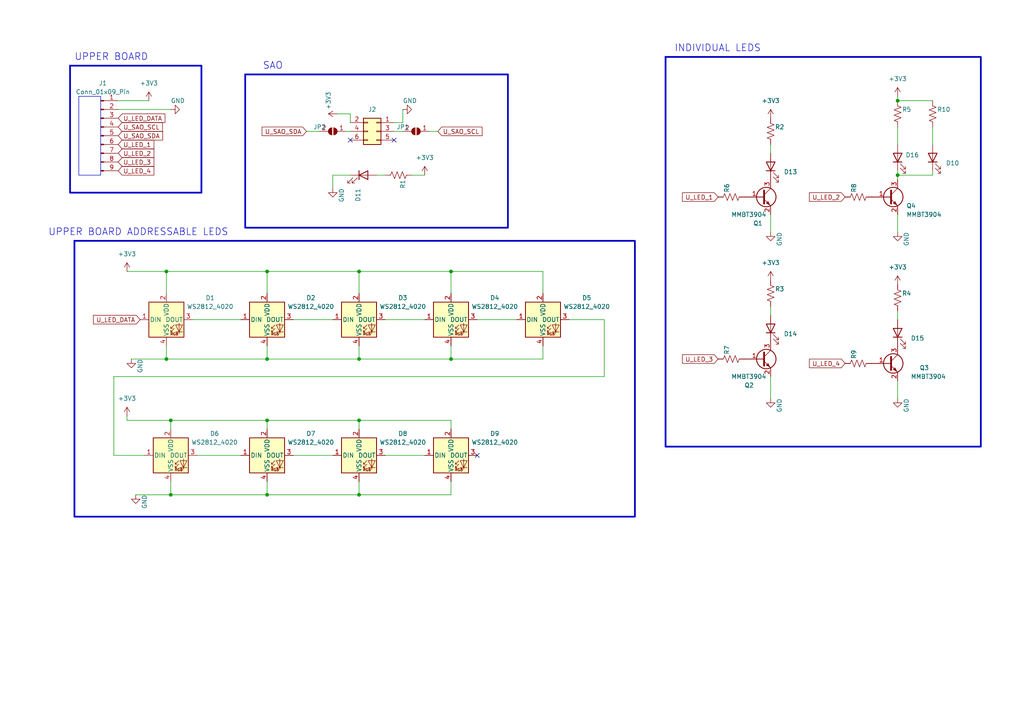
<source format=kicad_sch>
(kicad_sch (version 20231120) (generator "eeschema") (generator_version "8.0")
  (paper "A4")
  (lib_symbols
    (symbol "Connector:Conn_01x09_Pin" (pin_names (offset 1.016) hide)
      (property "Reference" "J" (at 0 12.7 0))
      (property "Value" "Conn_01x09_Pin" (at 0 -12.7 0))
      (symbol "Conn_01x09_Pin_1_1"
        (polyline (pts (xy 1.27 -10.16) (xy 0.8636 -10.16)) (stroke (width 0.1524)))
        (polyline (pts (xy 1.27 -7.62) (xy 0.8636 -7.62)) (stroke (width 0.1524)))
        (polyline (pts (xy 1.27 -5.08) (xy 0.8636 -5.08)) (stroke (width 0.1524)))
        (polyline (pts (xy 1.27 -2.54) (xy 0.8636 -2.54)) (stroke (width 0.1524)))
        (polyline (pts (xy 1.27 0) (xy 0.8636 0)) (stroke (width 0.1524)))
        (polyline (pts (xy 1.27 2.54) (xy 0.8636 2.54)) (stroke (width 0.1524)))
        (polyline (pts (xy 1.27 5.08) (xy 0.8636 5.08)) (stroke (width 0.1524)))
        (polyline (pts (xy 1.27 7.62) (xy 0.8636 7.62)) (stroke (width 0.1524)))
        (polyline (pts (xy 1.27 10.16) (xy 0.8636 10.16)) (stroke (width 0.1524)))
        (rectangle (start 0.8636 -10.033) (end 0 -10.287) (stroke (width 0.1524)) (fill (type outline)))
        (rectangle (start 0.8636 -7.493) (end 0 -7.747) (stroke (width 0.1524)) (fill (type outline)))
        (rectangle (start 0.8636 -4.953) (end 0 -5.207) (stroke (width 0.1524)) (fill (type outline)))
        (rectangle (start 0.8636 -2.413) (end 0 -2.667) (stroke (width 0.1524)) (fill (type outline)))
        (rectangle (start 0.8636 0.127) (end 0 -0.127) (stroke (width 0.1524)) (fill (type outline)))
        (rectangle (start 0.8636 2.667) (end 0 2.413) (stroke (width 0.1524)) (fill (type outline)))
        (rectangle (start 0.8636 5.207) (end 0 4.953) (stroke (width 0.1524)) (fill (type outline)))
        (rectangle (start 0.8636 7.747) (end 0 7.493) (stroke (width 0.1524)) (fill (type outline)))
        (rectangle (start 0.8636 10.287) (end 0 10.033) (stroke (width 0.1524)) (fill (type outline)))
        (pin passive line (at 5.08 10.16 180) (length 3.81) (name "Pin_1") (number "1"))
        (pin passive line (at 5.08 7.62 180) (length 3.81) (name "Pin_2") (number "2"))
        (pin passive line (at 5.08 5.08 180) (length 3.81) (name "Pin_3") (number "3"))
        (pin passive line (at 5.08 2.54 180) (length 3.81) (name "Pin_4") (number "4"))
        (pin passive line (at 5.08 0 180) (length 3.81) (name "Pin_5") (number "5"))
        (pin passive line (at 5.08 -2.54 180) (length 3.81) (name "Pin_6") (number "6"))
        (pin passive line (at 5.08 -5.08 180) (length 3.81) (name "Pin_7") (number "7"))
        (pin passive line (at 5.08 -7.62 180) (length 3.81) (name "Pin_8") (number "8"))
        (pin passive line (at 5.08 -10.16 180) (length 3.81) (name "Pin_9") (number "9"))
      )
    )
    (symbol "Connector_Generic:Conn_02x03_Odd_Even" (pin_names (offset 1.016) hide)
      (property "Reference" "J" (at 1.27 5.08 0))
      (property "Value" "Conn_02x03_Odd_Even" (at 1.27 -5.08 0))
      (symbol "Conn_02x03_Odd_Even_1_1"
        (rectangle (start -1.27 -2.413) (end 0 -2.667) (stroke (width 0.1524)))
        (rectangle (start -1.27 0.127) (end 0 -0.127) (stroke (width 0.1524)))
        (rectangle (start -1.27 2.667) (end 0 2.413) (stroke (width 0.1524)))
        (rectangle (start -1.27 3.81) (end 3.81 -3.81) (stroke (width 0.254)) (fill (type background)))
        (rectangle (start 3.81 -2.413) (end 2.54 -2.667) (stroke (width 0.1524)))
        (rectangle (start 3.81 0.127) (end 2.54 -0.127) (stroke (width 0.1524)))
        (rectangle (start 3.81 2.667) (end 2.54 2.413) (stroke (width 0.1524)))
        (pin passive line (at -5.08 2.54 0) (length 3.81) (name "Pin_1") (number "1"))
        (pin passive line (at 7.62 2.54 180) (length 3.81) (name "Pin_2") (number "2"))
        (pin passive line (at -5.08 0 0) (length 3.81) (name "Pin_3") (number "3"))
        (pin passive line (at 7.62 0 180) (length 3.81) (name "Pin_4") (number "4"))
        (pin passive line (at -5.08 -2.54 0) (length 3.81) (name "Pin_5") (number "5"))
        (pin passive line (at 7.62 -2.54 180) (length 3.81) (name "Pin_6") (number "6"))
      )
    )
    (symbol "Device:LED" (pin_numbers hide) (pin_names (offset 1.016) hide)
      (property "Reference" "D" (at 0 2.54 0))
      (property "Value" "LED" (at 0 -2.54 0))
      (symbol "LED_0_1"
        (polyline (pts (xy -1.27 -1.27) (xy -1.27 1.27)) (stroke (width 0.254)))
        (polyline (pts (xy -1.27 0) (xy 1.27 0)))
        (polyline (pts (xy 1.27 -1.27) (xy 1.27 1.27) (xy -1.27 0) (xy 1.27 -1.27)) (stroke (width 0.254)))
        (polyline (pts (xy -3.048 -0.762) (xy -4.572 -2.286) (xy -3.81 -2.286) (xy -4.572 -2.286) (xy -4.572 -1.524)))
        (polyline (pts (xy -1.778 -0.762) (xy -3.302 -2.286) (xy -2.54 -2.286) (xy -3.302 -2.286) (xy -3.302 -1.524)))
      )
      (symbol "LED_1_1"
        (pin passive line (at -3.81 0 0) (length 2.54) (name "K") (number "1"))
        (pin passive line (at 3.81 0 180) (length 2.54) (name "A") (number "2"))
      )
    )
    (symbol "Device:R_US" (pin_numbers hide) (pin_names (offset 0))
      (property "Reference" "R" (at 2.54 0 90))
      (property "Value" "R_US" (at -2.54 0 90))
      (symbol "R_US_0_1"
        (polyline (pts (xy 0 -2.286) (xy 0 -2.54)))
        (polyline (pts (xy 0 2.286) (xy 0 2.54)))
        (polyline (pts (xy 0 -0.762) (xy 1.016 -1.143) (xy 0 -1.524) (xy -1.016 -1.905) (xy 0 -2.286)))
        (polyline (pts (xy 0 0.762) (xy 1.016 0.381) (xy 0 0) (xy -1.016 -0.381) (xy 0 -0.762)))
        (polyline (pts (xy 0 2.286) (xy 1.016 1.905) (xy 0 1.524) (xy -1.016 1.143) (xy 0 0.762)))
      )
      (symbol "R_US_1_1"
        (pin passive line (at 0 3.81 270) (length 1.27) (name "~") (number "1"))
        (pin passive line (at 0 -3.81 90) (length 1.27) (name "~") (number "2"))
      )
    )
    (symbol "Jumper:SolderJumper_2_Open" (pin_names (offset 0) hide)
      (property "Reference" "JP" (at 0 2.032 0))
      (property "Value" "SolderJumper_2_Open" (at 0 -2.54 0))
      (symbol "SolderJumper_2_Open_0_1"
        (arc (start -0.254 1.016) (mid -1.2656 0) (end -0.254 -1.016))
        (arc (start -0.254 1.016) (mid -1.2656 0) (end -0.254 -1.016) (fill (type outline)))
        (polyline (pts (xy -0.254 1.016) (xy -0.254 -1.016)))
        (polyline (pts (xy 0.254 1.016) (xy 0.254 -1.016)))
        (arc (start 0.254 -1.016) (mid 1.2656 0) (end 0.254 1.016))
        (arc (start 0.254 -1.016) (mid 1.2656 0) (end 0.254 1.016) (fill (type outline)))
      )
      (symbol "SolderJumper_2_Open_1_1"
        (pin passive line (at -3.81 0 0) (length 2.54) (name "A") (number "1"))
        (pin passive line (at 3.81 0 180) (length 2.54) (name "B") (number "2"))
      )
    )
    (symbol "PCM_marbastlib-various:WS2812_4020" (pin_names (offset 0.254))
      (property "Reference" "LED" (at 5.08 5.715 0))
      (property "Value" "WS2812_4020" (at 1.27 -5.715 0))
      (symbol "WS2812_4020_0_0"
        (text "RGB" (at 2.286 -4.191 0) (effects (font (size 0.762 0.762))))
      )
      (symbol "WS2812_4020_0_1"
        (polyline (pts (xy 1.27 -3.556) (xy 1.778 -3.556)))
        (polyline (pts (xy 1.27 -2.54) (xy 1.778 -2.54)))
        (polyline (pts (xy 4.699 -3.556) (xy 2.667 -3.556)))
        (polyline (pts (xy 2.286 -2.54) (xy 1.27 -3.556) (xy 1.27 -3.048)))
        (polyline (pts (xy 2.286 -1.524) (xy 1.27 -2.54) (xy 1.27 -2.032)))
        (polyline (pts (xy 3.683 -1.016) (xy 3.683 -3.556) (xy 3.683 -4.064)))
        (polyline (pts (xy 4.699 -1.524) (xy 2.667 -1.524) (xy 3.683 -3.556) (xy 4.699 -1.524)))
        (rectangle (start 5.08 5.08) (end -5.08 -5.08) (stroke (width 0.254)) (fill (type background)))
      )
      (symbol "WS2812_4020_1_1"
        (pin input line (at -7.62 0 0) (length 2.54) (name "DIN") (number "1"))
        (pin power_in line (at 0 7.62 270) (length 2.54) (name "VDD") (number "2"))
        (pin output line (at 7.62 0 180) (length 2.54) (name "DOUT") (number "3"))
        (pin power_in line (at 0 -7.62 90) (length 2.54) (name "VSS") (number "4"))
      )
    )
    (symbol "Transistor_BJT:MMBT3904" (pin_names (offset 0) hide)
      (property "Reference" "Q" (at 5.08 1.905 0))
      (property "Value" "MMBT3904" (at 5.08 0 0))
      (symbol "MMBT3904_0_1"
        (polyline (pts (xy 0.635 0.635) (xy 2.54 2.54)))
        (polyline (pts (xy 0.635 -0.635) (xy 2.54 -2.54) (xy 2.54 -2.54)))
        (polyline (pts (xy 0.635 1.905) (xy 0.635 -1.905) (xy 0.635 -1.905)) (stroke (width 0.508)))
        (polyline (pts (xy 1.27 -1.778) (xy 1.778 -1.27) (xy 2.286 -2.286) (xy 1.27 -1.778) (xy 1.27 -1.778)) (fill (type outline)))
        (circle (center 1.27 0) (radius 2.8194) (stroke (width 0.254)))
      )
      (symbol "MMBT3904_1_1"
        (pin input line (at -5.08 0 0) (length 5.715) (name "B") (number "1"))
        (pin passive line (at 2.54 -5.08 90) (length 2.54) (name "E") (number "2"))
        (pin passive line (at 2.54 5.08 270) (length 2.54) (name "C") (number "3"))
      )
    )
    (symbol "power:+3V3" (power) (pin_names (offset 0))
      (property "Value" "+3V3" (at 0 3.556 0))
      (symbol "+3V3_0_1"
        (polyline (pts (xy -0.762 1.27) (xy 0 2.54)))
        (polyline (pts (xy 0 0) (xy 0 2.54)))
        (polyline (pts (xy 0 2.54) (xy 0.762 1.27)))
      )
      (symbol "+3V3_1_1"
        (pin power_in line (at 0 0 90) (length 0) hide (name "+3V3") (number "1"))
      )
    )
    (symbol "power:GND" (power) (pin_names (offset 0))
      (property "Value" "GND" (at 0 -3.81 0))
      (symbol "GND_0_1"
        (polyline (pts (xy 0 0) (xy 0 -1.27) (xy 1.27 -1.27) (xy 0 -2.54) (xy -1.27 -1.27) (xy 0 -1.27)))
      )
      (symbol "GND_1_1"
        (pin power_in line (at 0 0 270) (length 0) hide (name "GND") (number "1"))
      )
    )
  )
  (junction (at 49.53 121.92))
  (junction (at 104.14 143.51))
  (junction (at 48.26 104.14))
  (junction (at 104.14 78.74))
  (junction (at 130.81 104.14))
  (junction (at 104.14 104.14))
  (junction (at 77.47 104.14))
  (junction (at 48.26 78.74))
  (junction (at 77.47 78.74))
  (junction (at 104.14 121.92))
  (junction (at 260.35 50.8))
  (junction (at 77.47 143.51))
  (junction (at 260.35 29.21))
  (junction (at 49.53 143.51))
  (junction (at 77.47 121.92))
  (junction (at 130.81 78.74))
  (no_connect (at 114.3 40.64))
  (no_connect (at 138.43 132.08))
  (no_connect (at 101.6 40.64))
  (wire (pts (xy 270.51 49.53) (xy 270.51 50.8)))
  (wire (pts (xy 260.35 29.21) (xy 270.51 29.21)))
  (wire (pts (xy 130.81 121.92) (xy 104.14 121.92)))
  (wire (pts (xy 138.43 92.71) (xy 149.86 92.71)))
  (wire (pts (xy 85.09 92.71) (xy 96.52 92.71)))
  (wire (pts (xy 36.83 78.74) (xy 48.26 78.74)))
  (wire (pts (xy 33.02 132.08) (xy 41.91 132.08)))
  (wire (pts (xy 104.14 143.51) (xy 130.81 143.51)))
  (wire (pts (xy 260.35 90.17) (xy 260.35 92.71)))
  (wire (pts (xy 49.53 139.7) (xy 49.53 143.51)))
  (wire (pts (xy 130.81 78.74) (xy 157.48 78.74)))
  (wire (pts (xy 104.14 78.74) (xy 104.14 85.09)))
  (wire (pts (xy 223.52 115.57) (xy 223.52 109.22)))
  (wire (pts (xy 43.18 29.21) (xy 34.29 29.21)))
  (wire (pts (xy 39.37 143.51) (xy 49.53 143.51)))
  (wire (pts (xy 77.47 104.14) (xy 104.14 104.14)))
  (wire (pts (xy 223.52 67.31) (xy 223.52 62.23)))
  (wire (pts (xy 260.35 27.94) (xy 260.35 29.21)))
  (wire (pts (xy 85.09 132.08) (xy 96.52 132.08)))
  (wire (pts (xy 123.19 50.8) (xy 119.38 50.8)))
  (wire (pts (xy 49.53 143.51) (xy 77.47 143.51)))
  (wire (pts (xy 157.48 85.09) (xy 157.48 78.74)))
  (wire (pts (xy 55.88 92.71) (xy 69.85 92.71)))
  (wire (pts (xy 127 38.1) (xy 124.46 38.1)))
  (wire (pts (xy 48.26 78.74) (xy 48.26 85.09)))
  (wire (pts (xy 116.84 38.1) (xy 114.3 38.1)))
  (wire (pts (xy 104.14 100.33) (xy 104.14 104.14)))
  (wire (pts (xy 104.14 121.92) (xy 77.47 121.92)))
  (wire (pts (xy 104.14 121.92) (xy 104.14 124.46)))
  (wire (pts (xy 77.47 139.7) (xy 77.47 143.51)))
  (wire (pts (xy 57.15 132.08) (xy 69.85 132.08)))
  (wire (pts (xy 77.47 143.51) (xy 104.14 143.51)))
  (wire (pts (xy 77.47 121.92) (xy 77.47 124.46)))
  (wire (pts (xy 100.33 38.1) (xy 101.6 38.1)))
  (wire (pts (xy 111.76 50.8) (xy 109.22 50.8)))
  (wire (pts (xy 223.52 41.91) (xy 223.52 44.45)))
  (wire (pts (xy 260.35 50.8) (xy 260.35 52.07)))
  (wire (pts (xy 49.53 121.92) (xy 36.83 121.92)))
  (wire (pts (xy 96.52 54.61) (xy 96.52 50.8)))
  (wire (pts (xy 130.81 85.09) (xy 130.81 78.74)))
  (wire (pts (xy 270.51 36.83) (xy 270.51 41.91)))
  (wire (pts (xy 270.51 50.8) (xy 260.35 50.8)))
  (wire (pts (xy 48.26 78.74) (xy 77.47 78.74)))
  (wire (pts (xy 111.76 132.08) (xy 123.19 132.08)))
  (wire (pts (xy 48.26 104.14) (xy 77.47 104.14)))
  (wire (pts (xy 49.53 121.92) (xy 49.53 124.46)))
  (wire (pts (xy 33.02 109.22) (xy 33.02 132.08)))
  (wire (pts (xy 36.83 121.92) (xy 36.83 120.65)))
  (wire (pts (xy 116.84 31.75) (xy 116.84 35.56)))
  (wire (pts (xy 157.48 100.33) (xy 157.48 104.14)))
  (wire (pts (xy 175.26 92.71) (xy 175.26 109.22)))
  (wire (pts (xy 130.81 104.14) (xy 157.48 104.14)))
  (wire (pts (xy 77.47 100.33) (xy 77.47 104.14)))
  (wire (pts (xy 104.14 78.74) (xy 130.81 78.74)))
  (wire (pts (xy 116.84 35.56) (xy 114.3 35.56)))
  (wire (pts (xy 260.35 49.53) (xy 260.35 50.8)))
  (wire (pts (xy 97.79 33.02) (xy 101.6 33.02)))
  (wire (pts (xy 96.52 50.8) (xy 101.6 50.8)))
  (wire (pts (xy 223.52 88.9) (xy 223.52 91.44)))
  (wire (pts (xy 130.81 121.92) (xy 130.81 124.46)))
  (wire (pts (xy 77.47 121.92) (xy 49.53 121.92)))
  (wire (pts (xy 101.6 33.02) (xy 101.6 35.56)))
  (wire (pts (xy 77.47 78.74) (xy 104.14 78.74)))
  (wire (pts (xy 260.35 36.83) (xy 260.35 41.91)))
  (wire (pts (xy 48.26 100.33) (xy 48.26 104.14)))
  (wire (pts (xy 175.26 109.22) (xy 33.02 109.22)))
  (wire (pts (xy 77.47 78.74) (xy 77.47 85.09)))
  (wire (pts (xy 165.1 92.71) (xy 175.26 92.71)))
  (wire (pts (xy 49.53 31.75) (xy 34.29 31.75)))
  (wire (pts (xy 260.35 115.57) (xy 260.35 110.49)))
  (wire (pts (xy 130.81 100.33) (xy 130.81 104.14)))
  (wire (pts (xy 38.1 104.14) (xy 48.26 104.14)))
  (wire (pts (xy 130.81 139.7) (xy 130.81 143.51)))
  (wire (pts (xy 260.35 67.31) (xy 260.35 62.23)))
  (wire (pts (xy 111.76 92.71) (xy 123.19 92.71)))
  (wire (pts (xy 88.9 38.1) (xy 92.71 38.1)))
  (wire (pts (xy 104.14 104.14) (xy 130.81 104.14)))
  (wire (pts (xy 104.14 139.7) (xy 104.14 143.51)))
  (rectangle (start 20.32 19.05) (end 58.42 55.88) (stroke (width 0.5)))
  (rectangle (start 71.12 21.59) (end 147.32 66.04) (stroke (width 0.5)))
  (rectangle (start 193.04 16.51) (end 284.48 129.54) (stroke (width 0.5)))
  (rectangle (start 22.86 27.94) (end 29.21 50.8))
  (rectangle (start 21.59 69.85) (end 184.15 149.86) (stroke (width 0.5)))
  (text "UPPER BOARD" (at 21.59 17.78 0) (effects (font (size 2 2)) (justify left bottom)))
  (text "INDIVIDUAL LEDS" (at 195.58 15.24 0) (effects (font (size 2 2)) (justify left bottom)))
  (text "UPPER BOARD ADDRESSABLE LEDS" (at 13.97 68.58 0) (effects (font (size 2 2)) (justify left bottom)))
  (text "SAO" (at 76.2 20.32 0) (effects (font (size 2 2)) (justify left bottom)))
  (global_label "U_LED_DATA" (shape input) (at 40.64 92.71 180) (property "Intersheetrefs" "${INTERSHEET_REFS}" (effects (hide yes))))
  (global_label "U_LED_3" (shape input) (at 34.29 46.99 0) (property "Intersheetrefs" "${INTERSHEET_REFS}" (effects (hide yes))))
  (global_label "U_SAO_SCL" (shape input) (at 34.29 36.83 0) (property "Intersheetrefs" "${INTERSHEET_REFS}" (effects (hide yes))))
  (global_label "U_SAO_SDA" (shape input) (at 34.29 39.37 0) (property "Intersheetrefs" "${INTERSHEET_REFS}" (effects (hide yes))))
  (global_label "U_LED_DATA" (shape input) (at 34.29 34.29 0) (property "Intersheetrefs" "${INTERSHEET_REFS}" (effects (hide yes))))
  (global_label "U_LED_4" (shape input) (at 34.29 49.53 0) (property "Intersheetrefs" "${INTERSHEET_REFS}" (effects (hide yes))))
  (global_label "U_LED_1" (shape input) (at 34.29 41.91 0) (property "Intersheetrefs" "${INTERSHEET_REFS}" (effects (hide yes))))
  (global_label "U_LED_3" (shape input) (at 208.28 104.14 180) (property "Intersheetrefs" "${INTERSHEET_REFS}" (effects (hide yes))))
  (global_label "U_LED_2" (shape input) (at 245.11 57.15 180) (property "Intersheetrefs" "${INTERSHEET_REFS}" (effects (hide yes))))
  (global_label "U_LED_2" (shape input) (at 34.29 44.45 0) (property "Intersheetrefs" "${INTERSHEET_REFS}" (effects (hide yes))))
  (global_label "U_LED_1" (shape input) (at 208.28 57.15 180) (property "Intersheetrefs" "${INTERSHEET_REFS}" (effects (hide yes))))
  (global_label "U_SAO_SDA" (shape input) (at 88.9 38.1 180) (property "Intersheetrefs" "${INTERSHEET_REFS}" (effects (hide yes))))
  (global_label "U_LED_4" (shape input) (at 245.11 105.41 180) (property "Intersheetrefs" "${INTERSHEET_REFS}" (effects (hide yes))))
  (global_label "U_SAO_SCL" (shape input) (at 127 38.1 0) (property "Intersheetrefs" "${INTERSHEET_REFS}" (effects (hide yes))))
  (symbol (lib_id "power:GND") (at 116.84 31.75 90) (mirror x) (unit 1)
    (property "Reference" "#PWR09" (effects (hide yes)))
    (property "Value" "GND" (at 116.84 29.21 90) (effects (justify right)))
  )
  (symbol (lib_id "Device:LED") (at 105.41 50.8 0) (unit 1)
    (property "Reference" "D11" (at 103.8225 54.61 90) (effects (justify right)))
    (property "Value" "LED" (effects (hide yes)))
    (property "Footprint" "LED_SMD:LED_1206_3216Metric_Pad1.42x1.75mm_HandSolder" (effects (hide yes)))
  )
  (symbol (lib_id "Jumper:SolderJumper_2_Open") (at 96.52 38.1 0) (mirror y) (unit 1)
    (property "Reference" "JP2" (at 92.71 36.83 0))
    (property "Value" "SolderJumper_2_Open" (effects (hide yes)))
    (property "Footprint" "Jumper:SolderJumper-2_P1.3mm_Open_Pad1.0x1.5mm" (effects (hide yes)))
  )
  (symbol (lib_id "power:GND") (at 260.35 115.57 0) (unit 1)
    (property "Reference" "#PWR014" (effects (hide yes)))
    (property "Value" "GND" (at 262.89 115.57 90) (effects (justify right)))
  )
  (symbol (lib_id "Jumper:SolderJumper_2_Open") (at 120.65 38.1 0) (mirror y) (unit 1)
    (property "Reference" "JP1" (at 116.84 36.83 0))
    (property "Value" "SolderJumper_2_Open" (effects (hide yes)))
    (property "Footprint" "Jumper:SolderJumper-2_P1.3mm_Open_Pad1.0x1.5mm" (effects (hide yes)))
  )
  (symbol (lib_id "PCM_marbastlib-various:WS2812_4020") (at 49.53 132.08 0) (unit 1)
    (property "Reference" "D6" (at 62.23 125.7614 0))
    (property "Value" "WS2812_4020" (at 62.23 128.3014 0))
    (property "Footprint" ".pretty:sk6812-side-a" (effects (hide yes)))
    (property "Datasheet" "https://datasheet.lcsc.com/lcsc/2012110135_Worldsemi-WS2812B-4020_C965557.pdf" (effects (hide yes)))
  )
  (symbol (lib_id "PCM_marbastlib-various:WS2812_4020") (at 77.47 92.71 0) (unit 1)
    (property "Reference" "D2" (at 90.17 86.3914 0))
    (property "Value" "WS2812_4020" (at 90.17 88.9314 0))
    (property "Footprint" ".pretty:sk6812-side-a" (effects (hide yes)))
    (property "Datasheet" "https://datasheet.lcsc.com/lcsc/2012110135_Worldsemi-WS2812B-4020_C965557.pdf" (effects (hide yes)))
  )
  (symbol (lib_id "PCM_marbastlib-various:WS2812_4020") (at 48.26 92.71 0) (unit 1)
    (property "Reference" "D1" (at 60.96 86.3914 0))
    (property "Value" "WS2812_4020" (at 60.96 88.9314 0))
    (property "Footprint" ".pretty:sk6812-side-a" (effects (hide yes)))
    (property "Datasheet" "https://datasheet.lcsc.com/lcsc/2012110135_Worldsemi-WS2812B-4020_C965557.pdf" (effects (hide yes)))
  )
  (symbol (lib_id "Device:R_US") (at 248.92 105.41 90) (unit 1)
    (property "Reference" "R9" (at 247.65 104.14 0) (effects (justify left)))
    (property "Value" "R_US" (effects (hide yes)))
    (property "Footprint" "Resistor_SMD:R_0603_1608Metric_Pad0.98x0.95mm_HandSolder" (effects (hide yes)))
  )
  (symbol (lib_id "power:+3V3") (at 36.83 78.74 0) (unit 1)
    (property "Reference" "#PWR03" (effects (hide yes)))
    (property "Value" "+3V3" (at 36.83 73.66 0))
  )
  (symbol (lib_id "power:GND") (at 49.53 31.75 90) (unit 1)
    (property "Reference" "#PWR02" (effects (hide yes)))
    (property "Value" "GND" (at 49.53 29.21 90) (effects (justify right)))
  )
  (symbol (lib_id "power:GND") (at 96.52 54.61 0) (unit 1)
    (property "Reference" "#PWR07" (effects (hide yes)))
    (property "Value" "GND" (at 99.06 54.61 90) (effects (justify right)))
  )
  (symbol (lib_id "PCM_marbastlib-various:WS2812_4020") (at 130.81 132.08 0) (unit 1)
    (property "Reference" "D9" (at 143.51 125.7614 0))
    (property "Value" "WS2812_4020" (at 143.51 128.3014 0))
    (property "Footprint" ".pretty:sk6812-side-a" (effects (hide yes)))
    (property "Datasheet" "https://datasheet.lcsc.com/lcsc/2012110135_Worldsemi-WS2812B-4020_C965557.pdf" (effects (hide yes)))
  )
  (symbol (lib_id "Transistor_BJT:MMBT3904") (at 220.98 57.15 0) (unit 1)
    (property "Reference" "Q1" (at 218.44 64.77 0) (effects (justify left)))
    (property "Value" "MMBT3904" (at 212.09 62.23 0) (effects (justify left)))
    (property "Footprint" "Package_TO_SOT_SMD:SOT-23" (effects (hide yes)))
    (property "Datasheet" "https://www.onsemi.com/pdf/datasheet/pzt3904-d.pdf" (effects (hide yes)))
  )
  (symbol (lib_id "power:+3V3") (at 97.79 33.02 90) (mirror x) (unit 1)
    (property "Reference" "#PWR010" (effects (hide yes)))
    (property "Value" "+3V3" (at 95.25 29.21 0))
  )
  (symbol (lib_id "power:+3V3") (at 260.35 27.94 0) (unit 1)
    (property "Reference" "#PWR017" (effects (hide yes)))
    (property "Value" "+3V3" (at 260.35 22.86 0))
  )
  (symbol (lib_id "Device:R_US") (at 212.09 104.14 90) (unit 1)
    (property "Reference" "R7" (at 210.82 102.87 0) (effects (justify left)))
    (property "Value" "R_US" (effects (hide yes)))
    (property "Footprint" "Resistor_SMD:R_0603_1608Metric_Pad0.98x0.95mm_HandSolder" (effects (hide yes)))
  )
  (symbol (lib_id "power:+3V3") (at 260.35 82.55 0) (unit 1)
    (property "Reference" "#PWR018" (effects (hide yes)))
    (property "Value" "+3V3" (at 260.35 77.47 0))
  )
  (symbol (lib_id "Device:R_US") (at 212.09 57.15 90) (unit 1)
    (property "Reference" "R6" (at 210.82 55.88 0) (effects (justify left)))
    (property "Value" "R_US" (effects (hide yes)))
    (property "Footprint" "Resistor_SMD:R_0603_1608Metric_Pad0.98x0.95mm_HandSolder" (effects (hide yes)))
  )
  (symbol (lib_id "Device:R_US") (at 270.51 33.02 0) (unit 1)
    (property "Reference" "R10" (at 271.78 31.75 0) (effects (justify left)))
    (property "Value" "R_US" (effects (hide yes)))
    (property "Footprint" "Resistor_SMD:R_0603_1608Metric_Pad0.98x0.95mm_HandSolder" (effects (hide yes)))
  )
  (symbol (lib_id "Transistor_BJT:MMBT3904") (at 257.81 57.15 0) (unit 1)
    (property "Reference" "Q4" (at 262.89 59.69 0) (effects (justify left)))
    (property "Value" "MMBT3904" (at 262.89 62.23 0) (effects (justify left)))
    (property "Footprint" "Package_TO_SOT_SMD:SOT-23" (effects (hide yes)))
    (property "Datasheet" "https://www.onsemi.com/pdf/datasheet/pzt3904-d.pdf" (effects (hide yes)))
  )
  (symbol (lib_id "Device:R_US") (at 115.57 50.8 270) (unit 1)
    (property "Reference" "R1" (at 116.84 52.07 0) (effects (justify left)))
    (property "Value" "R_US" (effects (hide yes)))
    (property "Footprint" "Resistor_SMD:R_0603_1608Metric_Pad0.98x0.95mm_HandSolder" (effects (hide yes)))
  )
  (symbol (lib_id "PCM_marbastlib-various:WS2812_4020") (at 104.14 92.71 0) (unit 1)
    (property "Reference" "D3" (at 116.84 86.3914 0))
    (property "Value" "WS2812_4020" (at 116.84 88.9314 0))
    (property "Footprint" ".pretty:sk6812-side-a" (effects (hide yes)))
    (property "Datasheet" "https://datasheet.lcsc.com/lcsc/2012110135_Worldsemi-WS2812B-4020_C965557.pdf" (effects (hide yes)))
  )
  (symbol (lib_id "power:GND") (at 39.37 143.51 0) (unit 1)
    (property "Reference" "#PWR06" (effects (hide yes)))
    (property "Value" "GND" (at 41.91 143.51 90) (effects (justify right)))
  )
  (symbol (lib_id "PCM_marbastlib-various:WS2812_4020") (at 130.81 92.71 0) (unit 1)
    (property "Reference" "D4" (at 143.51 86.3914 0))
    (property "Value" "WS2812_4020" (at 143.51 88.9314 0))
    (property "Footprint" ".pretty:sk6812-side-a" (effects (hide yes)))
    (property "Datasheet" "https://datasheet.lcsc.com/lcsc/2012110135_Worldsemi-WS2812B-4020_C965557.pdf" (effects (hide yes)))
  )
  (symbol (lib_id "power:+3V3") (at 123.19 50.8 0) (unit 1)
    (property "Reference" "#PWR08" (effects (hide yes)))
    (property "Value" "+3V3" (at 123.19 45.72 0))
  )
  (symbol (lib_id "power:GND") (at 260.35 67.31 0) (unit 1)
    (property "Reference" "#PWR012" (effects (hide yes)))
    (property "Value" "GND" (at 262.89 67.31 90) (effects (justify right)))
  )
  (symbol (lib_id "Device:LED") (at 223.52 95.25 90) (unit 1)
    (property "Reference" "D14" (at 227.33 96.8375 90) (effects (justify right)))
    (property "Value" "LED" (effects (hide yes)))
    (property "Footprint" "LED_SMD:LED_1206_3216Metric_Pad1.42x1.75mm_HandSolder" (effects (hide yes)))
  )
  (symbol (lib_id "Connector:Conn_01x09_Pin") (at 29.21 39.37 0) (unit 1)
    (property "Reference" "J1" (at 29.845 24.13 0))
    (property "Value" "Conn_01x09_Pin" (at 29.845 26.67 0))
    (property "Footprint" "mad_hatter_badge:mad_hatter_upper_board_connector" (effects (hide yes)))
  )
  (symbol (lib_id "Device:LED") (at 260.35 96.52 90) (unit 1)
    (property "Reference" "D15" (at 264.16 98.1075 90) (effects (justify right)))
    (property "Value" "LED" (effects (hide yes)))
    (property "Footprint" "LED_SMD:LED_1206_3216Metric_Pad1.42x1.75mm_HandSolder" (effects (hide yes)))
  )
  (symbol (lib_id "power:GND") (at 223.52 67.31 0) (unit 1)
    (property "Reference" "#PWR011" (effects (hide yes)))
    (property "Value" "GND" (at 226.06 67.31 90) (effects (justify right)))
  )
  (symbol (lib_id "PCM_marbastlib-various:WS2812_4020") (at 157.48 92.71 0) (unit 1)
    (property "Reference" "D5" (at 170.18 86.3914 0))
    (property "Value" "WS2812_4020" (at 170.18 88.9314 0))
    (property "Footprint" ".pretty:sk6812-side-a" (effects (hide yes)))
    (property "Datasheet" "https://datasheet.lcsc.com/lcsc/2012110135_Worldsemi-WS2812B-4020_C965557.pdf" (effects (hide yes)))
  )
  (symbol (lib_id "Device:LED") (at 260.35 45.72 90) (unit 1)
    (property "Reference" "D16" (at 262.636 44.958 90) (effects (justify right)))
    (property "Value" "LED" (effects (hide yes)))
    (property "Footprint" "LED_SMD:LED_1206_3216Metric_Pad1.42x1.75mm_HandSolder" (effects (hide yes)))
  )
  (symbol (lib_id "Device:R_US") (at 223.52 85.09 0) (unit 1)
    (property "Reference" "R3" (at 224.79 83.82 0) (effects (justify left)))
    (property "Value" "R_US" (effects (hide yes)))
    (property "Footprint" "Resistor_SMD:R_0603_1608Metric_Pad0.98x0.95mm_HandSolder" (effects (hide yes)))
  )
  (symbol (lib_id "Transistor_BJT:MMBT3904") (at 257.81 105.41 0) (unit 1)
    (property "Reference" "Q3" (at 266.7 106.68 0) (effects (justify left)))
    (property "Value" "MMBT3904" (at 264.16 109.22 0) (effects (justify left)))
    (property "Footprint" "Package_TO_SOT_SMD:SOT-23" (effects (hide yes)))
    (property "Datasheet" "https://www.onsemi.com/pdf/datasheet/pzt3904-d.pdf" (effects (hide yes)))
  )
  (symbol (lib_id "power:GND") (at 223.52 115.57 0) (unit 1)
    (property "Reference" "#PWR013" (effects (hide yes)))
    (property "Value" "GND" (at 226.06 115.57 90) (effects (justify right)))
  )
  (symbol (lib_id "power:+3V3") (at 223.52 34.29 0) (unit 1)
    (property "Reference" "#PWR015" (effects (hide yes)))
    (property "Value" "+3V3" (at 223.52 29.21 0))
  )
  (symbol (lib_id "power:+3V3") (at 43.18 29.21 0) (unit 1)
    (property "Reference" "#PWR01" (effects (hide yes)))
    (property "Value" "+3V3" (at 43.18 24.13 0))
  )
  (symbol (lib_id "Device:R_US") (at 248.92 57.15 90) (unit 1)
    (property "Reference" "R8" (at 247.65 55.88 0) (effects (justify left)))
    (property "Value" "R_US" (effects (hide yes)))
    (property "Footprint" "Resistor_SMD:R_0603_1608Metric_Pad0.98x0.95mm_HandSolder" (effects (hide yes)))
  )
  (symbol (lib_id "Transistor_BJT:MMBT3904") (at 220.98 104.14 0) (unit 1)
    (property "Reference" "Q2" (at 215.9 111.76 0) (effects (justify left)))
    (property "Value" "MMBT3904" (at 212.09 109.22 0) (effects (justify left)))
    (property "Footprint" "Package_TO_SOT_SMD:SOT-23" (effects (hide yes)))
    (property "Datasheet" "https://www.onsemi.com/pdf/datasheet/pzt3904-d.pdf" (effects (hide yes)))
  )
  (symbol (lib_id "power:+3V3") (at 223.52 81.28 0) (unit 1)
    (property "Reference" "#PWR016" (effects (hide yes)))
    (property "Value" "+3V3" (at 223.52 76.2 0))
  )
  (symbol (lib_id "PCM_marbastlib-various:WS2812_4020") (at 77.47 132.08 0) (unit 1)
    (property "Reference" "D7" (at 90.17 125.7614 0))
    (property "Value" "WS2812_4020" (at 90.17 128.3014 0))
    (property "Footprint" ".pretty:sk6812-side-a" (effects (hide yes)))
    (property "Datasheet" "https://datasheet.lcsc.com/lcsc/2012110135_Worldsemi-WS2812B-4020_C965557.pdf" (effects (hide yes)))
  )
  (symbol (lib_id "Device:LED") (at 270.51 45.72 90) (unit 1)
    (property "Reference" "D10" (at 274.32 47.3075 90) (effects (justify right)))
    (property "Value" "LED" (effects (hide yes)))
    (property "Footprint" "LED_SMD:LED_0805_2012Metric_Pad1.15x1.40mm_HandSolder" (effects (hide yes)))
  )
  (symbol (lib_id "PCM_marbastlib-various:WS2812_4020") (at 104.14 132.08 0) (unit 1)
    (property "Reference" "D8" (at 116.84 125.7614 0))
    (property "Value" "WS2812_4020" (at 116.84 128.3014 0))
    (property "Footprint" ".pretty:sk6812-side-a" (effects (hide yes)))
    (property "Datasheet" "https://datasheet.lcsc.com/lcsc/2012110135_Worldsemi-WS2812B-4020_C965557.pdf" (effects (hide yes)))
  )
  (symbol (lib_id "power:GND") (at 38.1 104.14 0) (unit 1)
    (property "Reference" "#PWR05" (effects (hide yes)))
    (property "Value" "GND" (at 40.64 104.14 90) (effects (justify right)))
  )
  (symbol (lib_id "Device:R_US") (at 223.52 38.1 0) (unit 1)
    (property "Reference" "R2" (at 224.79 36.83 0) (effects (justify left)))
    (property "Value" "R_US" (effects (hide yes)))
    (property "Footprint" "Resistor_SMD:R_0603_1608Metric_Pad0.98x0.95mm_HandSolder" (effects (hide yes)))
  )
  (symbol (lib_id "power:+3V3") (at 36.83 120.65 0) (unit 1)
    (property "Reference" "#PWR04" (effects (hide yes)))
    (property "Value" "+3V3" (at 36.83 115.57 0))
  )
  (symbol (lib_id "Device:R_US") (at 260.35 33.02 0) (unit 1)
    (property "Reference" "R5" (at 261.62 31.75 0) (effects (justify left)))
    (property "Value" "R_US" (effects (hide yes)))
    (property "Footprint" "Resistor_SMD:R_0603_1608Metric_Pad0.98x0.95mm_HandSolder" (effects (hide yes)))
  )
  (symbol (lib_id "Connector_Generic:Conn_02x03_Odd_Even") (at 109.22 38.1 0) (mirror y) (unit 1)
    (property "Reference" "J2" (at 107.95 31.75 0))
    (property "Value" "Conn_02x03_Odd_Even" (effects (hide yes)))
    (property "Footprint" "mad_hatter_badge:sao_footprint" (effects (hide yes)))
  )
  (symbol (lib_id "Device:LED") (at 223.52 48.26 90) (unit 1)
    (property "Reference" "D13" (at 227.33 49.8475 90) (effects (justify right)))
    (property "Value" "LED" (effects (hide yes)))
    (property "Footprint" "LED_SMD:LED_1206_3216Metric_Pad1.42x1.75mm_HandSolder" (effects (hide yes)))
  )
  (symbol (lib_id "Device:R_US") (at 260.35 86.36 0) (unit 1)
    (property "Reference" "R4" (at 261.62 85.09 0) (effects (justify left)))
    (property "Value" "R_US" (effects (hide yes)))
    (property "Footprint" "Resistor_SMD:R_0603_1608Metric_Pad0.98x0.95mm_HandSolder" (effects (hide yes)))
  )
)
</source>
